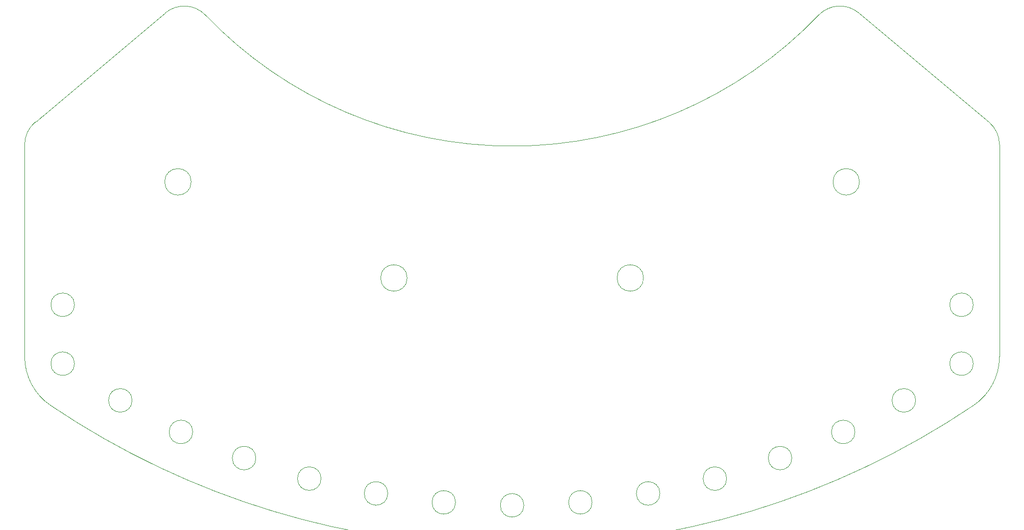
<source format=gm1>
G04 #@! TF.FileFunction,Profile,NP*
%FSLAX46Y46*%
G04 Gerber Fmt 4.6, Leading zero omitted, Abs format (unit mm)*
G04 Created by KiCad (PCBNEW 4.0.6) date Fri Oct 27 18:21:38 2017*
%MOMM*%
%LPD*%
G01*
G04 APERTURE LIST*
%ADD10C,0.100000*%
G04 APERTURE END LIST*
D10*
X174725215Y-133999409D02*
G75*
G03X174725215Y-133999409I-2000000J0D01*
G01*
X163221721Y-135513873D02*
G75*
G03X163221721Y-135513873I-2000000J0D01*
G01*
X140038293Y-135513873D02*
G75*
G03X140038293Y-135513873I-2000000J0D01*
G01*
X128534799Y-133999409D02*
G75*
G03X128534799Y-133999409I-2000000J0D01*
G01*
X151630007Y-136019978D02*
G75*
G03X151630007Y-136019978I-2000000J0D01*
G01*
X227957627Y-119057834D02*
G75*
G02X71302370Y-119057822I-78327620J116037856D01*
G01*
X69195334Y-70512700D02*
X69961379Y-69869913D01*
X117207074Y-131488113D02*
G75*
G03X117207074Y-131488113I-2000000J0D01*
G01*
X208601283Y-81090137D02*
G75*
G03X208601283Y-81090137I-2250000J0D01*
G01*
X131816524Y-97411243D02*
G75*
G03X131816524Y-97411243I-2250000J0D01*
G01*
X171943477Y-97411243D02*
G75*
G03X171943477Y-97411243I-2250000J0D01*
G01*
X90769067Y-52410191D02*
G75*
G02X97596446Y-52784542I3213938J-3830222D01*
G01*
X232362798Y-110769415D02*
G75*
G02X227957627Y-119057834I-10000001J0D01*
G01*
X71302370Y-119057822D02*
G75*
G02X66897201Y-110769405I5594831J8288417D01*
G01*
X207838236Y-123558914D02*
G75*
G03X207838236Y-123558914I-2000000J0D01*
G01*
X218130007Y-118201357D02*
G75*
G03X218130007Y-118201357I-2000000J0D01*
G01*
X227915673Y-101967200D02*
G75*
G03X227915673Y-101967200I-2000000J0D01*
G01*
X208490942Y-52410191D02*
X230064664Y-70512702D01*
X69195334Y-70512700D02*
X90769069Y-52410183D01*
X66897201Y-110769405D02*
X66897201Y-74772601D01*
X232362797Y-110769415D02*
X232362797Y-74772603D01*
X75344341Y-111967200D02*
G75*
G03X75344341Y-111967200I-2000000J0D01*
G01*
X227915673Y-111967200D02*
G75*
G03X227915673Y-111967200I-2000000J0D01*
G01*
X186052940Y-131488113D02*
G75*
G03X186052940Y-131488113I-2000000J0D01*
G01*
X197118686Y-127999097D02*
G75*
G03X197118686Y-127999097I-2000000J0D01*
G01*
X66897202Y-74772601D02*
G75*
G02X68683263Y-70942380I4999999J0D01*
G01*
X230576736Y-70942382D02*
G75*
G02X232362797Y-74772603I-3213939J-3830221D01*
G01*
X69195331Y-70512699D02*
X69195331Y-70512699D01*
X85130007Y-118201357D02*
G75*
G03X85130007Y-118201357I-2000000J0D01*
G01*
X75344341Y-101967200D02*
G75*
G03X75344341Y-101967200I-2000000J0D01*
G01*
X201663563Y-52784542D02*
G75*
G02X208490942Y-52410191I3613441J-3455871D01*
G01*
X95158725Y-81090137D02*
G75*
G03X95158725Y-81090137I-2250000J0D01*
G01*
X106141328Y-127999097D02*
G75*
G03X106141328Y-127999097I-2000000J0D01*
G01*
X95421778Y-123558914D02*
G75*
G03X95421778Y-123558914I-2000000J0D01*
G01*
X230064664Y-70512702D02*
X230576736Y-70942381D01*
X69195334Y-70512700D02*
X68683263Y-70942380D01*
X69195331Y-70512699D02*
X69195331Y-70512699D01*
X201663558Y-52784538D02*
G75*
G02X97596446Y-52784542I-52033558J49764538D01*
G01*
M02*

</source>
